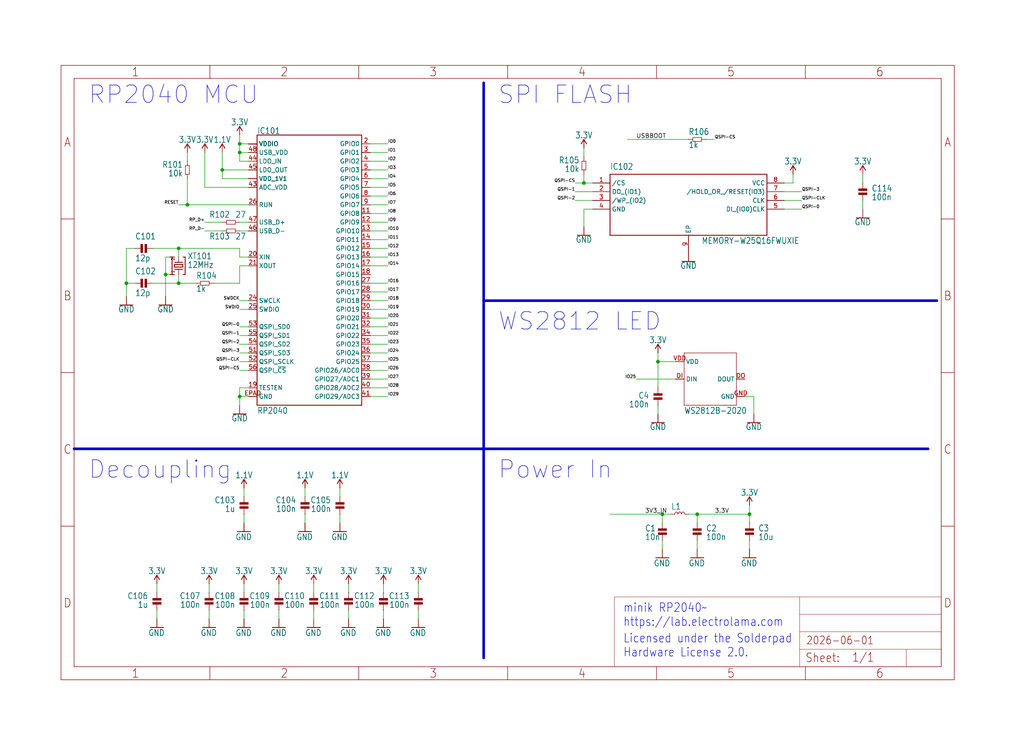
<source format=kicad_sch>
(kicad_sch (version 20230121) (generator eeschema)
  (paper "User" 298.45 217.17)
  (lib_symbols
    (symbol "working-eagle-import:1.1V" (power)
      (property "Value" "1.1V" (at 0 2.794 0))
      (symbol "1.1V_1_0"
        (pin power_in line (at 0 0 90) (length 2.54) (name "1.1V") (number "1"))
      )
    )
    (symbol "working-eagle-import:3.3V" (power)
      (property "Value" "3.3V" (at 0 2.794 0))
      (symbol "3.3V_1_0"
        (pin power_in line (at 0 0 90) (length 2.54) (name "3.3V") (number "1"))
      )
    )
    (symbol "working-eagle-import:A4L-LOC"
      (symbol "A4L-LOC_1_0"
        (text "${#}/${##}" (at 230.505 5.08 0) (effects (font (size 2.54 2.159)) (justify left bottom)))
        (text "${CURRENT_DATE}" (at 217.17 10.16 0) (effects (font (size 2.286 1.9431)) (justify left bottom)))
        (text "${PROJECTNAME}" (at 217.17 15.24 0) (effects (font (size 2.54 2.159)) (justify left bottom)))
        (text "1" (at 21.6958 1.905 0) (effects (font (size 2.54 2.286))))
        (text "1" (at 21.6958 177.165 0) (effects (font (size 2.54 2.286))))
        (text "2" (at 65.0875 1.905 0) (effects (font (size 2.54 2.286))))
        (text "2" (at 65.0875 177.165 0) (effects (font (size 2.54 2.286))))
        (text "3" (at 108.4792 1.905 0) (effects (font (size 2.54 2.286))))
        (text "3" (at 108.4792 177.165 0) (effects (font (size 2.54 2.286))))
        (text "4" (at 151.8708 1.905 0) (effects (font (size 2.54 2.286))))
        (text "4" (at 151.8708 177.165 0) (effects (font (size 2.54 2.286))))
        (text "5" (at 195.2625 1.905 0) (effects (font (size 2.54 2.286))))
        (text "5" (at 195.2625 177.165 0) (effects (font (size 2.54 2.286))))
        (text "6" (at 238.6542 1.905 0) (effects (font (size 2.54 2.286))))
        (text "6" (at 238.6542 177.165 0) (effects (font (size 2.54 2.286))))
        (text "A" (at 1.905 156.6863 0) (effects (font (size 2.54 2.286))))
        (text "A" (at 258.445 156.6863 0) (effects (font (size 2.54 2.286))))
        (text "B" (at 1.905 111.9188 0) (effects (font (size 2.54 2.286))))
        (text "B" (at 258.445 111.9188 0) (effects (font (size 2.54 2.286))))
        (text "C" (at 1.905 67.1513 0) (effects (font (size 2.54 2.286))))
        (text "C" (at 258.445 67.1513 0) (effects (font (size 2.54 2.286))))
        (text "D" (at 1.905 22.3838 0) (effects (font (size 2.54 2.286))))
        (text "D" (at 258.445 22.3838 0) (effects (font (size 2.54 2.286))))
        (text "Sheet:" (at 216.916 4.953 0) (effects (font (size 2.54 2.159)) (justify left bottom)))
      )
    )
    (symbol "working-eagle-import:CAP-0402"
      (property "Reference" "C" (at -2.54 2.54 0))
      (symbol "CAP-0402_1_0"
        (pin passive line (at -2.54 0 0) (length 0) (name "1") (number "1"))
        (pin passive line (at 2.54 0 180) (length 0) (name "2") (number "2"))
      )
    )
    (symbol "working-eagle-import:GND" (power)
      (property "Value" "GND" (at 0 -0.254 0))
      (symbol "GND_1_0"
        (pin power_in line (at 0 2.54 270) (length 2.54) (name "GND") (number "1"))
      )
    )
    (symbol "working-eagle-import:INDUCTOR-0402"
      (property "Reference" "L" (at -2.54 1.27 0))
      (symbol "INDUCTOR-0402_1_0"
        (pin passive line (at -2.54 0 0) (length 0) (name "1") (number "1"))
        (pin passive line (at 2.54 0 180) (length 0) (name "2") (number "2"))
      )
    )
    (symbol "working-eagle-import:MEMORY-W25Q16FWUXIE"
      (property "Reference" "IC" (at 52.07 7.62 0))
      (symbol "MEMORY-W25Q16FWUXIE_1_0"
        (pin bidirectional line (at 0 0 0) (length 5.08) (name "/CS") (number "1"))
        (pin bidirectional line (at 0 -2.54 0) (length 5.08) (name "DO_(IO1)") (number "2"))
        (pin bidirectional line (at 0 -5.08 0) (length 5.08) (name "/WP_(IO2)") (number "3"))
        (pin bidirectional line (at 0 -7.62 0) (length 5.08) (name "GND") (number "4"))
        (pin bidirectional line (at 55.88 -7.62 180) (length 5.08) (name "DI_(IO0)CLK") (number "5"))
        (pin bidirectional line (at 55.88 -5.08 180) (length 5.08) (name "CLK") (number "6"))
        (pin bidirectional line (at 55.88 -2.54 180) (length 5.08) (name "/HOLD_OR_/RESET(IO3)") (number "7"))
        (pin bidirectional line (at 55.88 0 180) (length 5.08) (name "VCC") (number "8"))
        (pin bidirectional line (at 27.94 -20.32 90) (length 5.08) (name "EP") (number "9"))
      )
    )
    (symbol "working-eagle-import:RES-0402"
      (property "Reference" "R" (at -2.54 1.27 0))
      (symbol "RES-0402_1_0"
        (pin passive line (at -2.54 0 0) (length 0) (name "1") (number "1"))
        (pin passive line (at 2.54 0 180) (length 0) (name "2") (number "2"))
      )
    )
    (symbol "working-eagle-import:RP2040"
      (property "Reference" "U" (at -15.24 38.354 0))
      (symbol "RP2040_1_0"
        (pin bidirectional line (at -17.78 35.56 0) (length 2.54) (name "VDDIO") (number "1"))
        (pin bidirectional line (at -17.78 35.56 0) (length 2.54) (name "VDDIO") (number "10"))
        (pin bidirectional line (at 17.78 15.24 180) (length 2.54) (name "GPIO8") (number "11"))
        (pin bidirectional line (at 17.78 12.7 180) (length 2.54) (name "GPIO9") (number "12"))
        (pin bidirectional line (at 17.78 10.16 180) (length 2.54) (name "GPIO10") (number "13"))
        (pin bidirectional line (at 17.78 7.62 180) (length 2.54) (name "GPIO11") (number "14"))
        (pin bidirectional line (at 17.78 5.08 180) (length 2.54) (name "GPIO12") (number "15"))
        (pin bidirectional line (at 17.78 2.54 180) (length 2.54) (name "GPIO13") (number "16"))
        (pin bidirectional line (at 17.78 0 180) (length 2.54) (name "GPIO14") (number "17"))
        (pin bidirectional line (at 17.78 -2.54 180) (length 2.54) (name "GPIO15") (number "18"))
        (pin bidirectional line (at -17.78 -35.56 0) (length 2.54) (name "TESTEN") (number "19"))
        (pin bidirectional line (at 17.78 35.56 180) (length 2.54) (name "GPIO0") (number "2"))
        (pin bidirectional line (at -17.78 2.54 0) (length 2.54) (name "XIN") (number "20"))
        (pin bidirectional line (at -17.78 0 0) (length 2.54) (name "XOUT") (number "21"))
        (pin bidirectional line (at -17.78 35.56 0) (length 2.54) (name "VDDIO") (number "22"))
        (pin bidirectional line (at -17.78 25.4 0) (length 2.54) (name "VDD_1V1") (number "23"))
        (pin bidirectional line (at -17.78 -10.16 0) (length 2.54) (name "SWCLK") (number "24"))
        (pin bidirectional line (at -17.78 -12.7 0) (length 2.54) (name "SWDIO") (number "25"))
        (pin bidirectional line (at -17.78 17.78 0) (length 2.54) (name "RUN") (number "26"))
        (pin bidirectional line (at 17.78 -5.08 180) (length 2.54) (name "GPIO16") (number "27"))
        (pin bidirectional line (at 17.78 -7.62 180) (length 2.54) (name "GPIO17") (number "28"))
        (pin bidirectional line (at 17.78 -10.16 180) (length 2.54) (name "GPIO18") (number "29"))
        (pin bidirectional line (at 17.78 33.02 180) (length 2.54) (name "GPIO1") (number "3"))
        (pin bidirectional line (at 17.78 -12.7 180) (length 2.54) (name "GPIO19") (number "30"))
        (pin bidirectional line (at 17.78 -15.24 180) (length 2.54) (name "GPIO20") (number "31"))
        (pin bidirectional line (at 17.78 -17.78 180) (length 2.54) (name "GPIO21") (number "32"))
        (pin bidirectional line (at -17.78 35.56 0) (length 2.54) (name "VDDIO") (number "33"))
        (pin bidirectional line (at 17.78 -20.32 180) (length 2.54) (name "GPIO22") (number "34"))
        (pin bidirectional line (at 17.78 -22.86 180) (length 2.54) (name "GPIO23") (number "35"))
        (pin bidirectional line (at 17.78 -25.4 180) (length 2.54) (name "GPIO24") (number "36"))
        (pin bidirectional line (at 17.78 -27.94 180) (length 2.54) (name "GPIO25") (number "37"))
        (pin bidirectional line (at 17.78 -30.48 180) (length 2.54) (name "GPIO26/ADC0") (number "38"))
        (pin bidirectional line (at 17.78 -33.02 180) (length 2.54) (name "GPIO27/ADC1") (number "39"))
        (pin bidirectional line (at 17.78 30.48 180) (length 2.54) (name "GPIO2") (number "4"))
        (pin bidirectional line (at 17.78 -35.56 180) (length 2.54) (name "GPIO28/ADC2") (number "40"))
        (pin bidirectional line (at 17.78 -38.1 180) (length 2.54) (name "GPIO29/ADC3") (number "41"))
        (pin bidirectional line (at -17.78 35.56 0) (length 2.54) (name "VDDIO") (number "42"))
        (pin bidirectional line (at -17.78 22.86 0) (length 2.54) (name "ADC_VDD") (number "43"))
        (pin bidirectional line (at -17.78 30.48 0) (length 2.54) (name "LDO_IN") (number "44"))
        (pin bidirectional line (at -17.78 27.94 0) (length 2.54) (name "LDO_OUT") (number "45"))
        (pin bidirectional line (at -17.78 10.16 0) (length 2.54) (name "USB_D-") (number "46"))
        (pin bidirectional line (at -17.78 12.7 0) (length 2.54) (name "USB_D+") (number "47"))
        (pin bidirectional line (at -17.78 33.02 0) (length 2.54) (name "USB_VDD") (number "48"))
        (pin bidirectional line (at -17.78 35.56 0) (length 2.54) (name "VDDIO") (number "49"))
        (pin bidirectional line (at 17.78 27.94 180) (length 2.54) (name "GPIO3") (number "5"))
        (pin bidirectional line (at -17.78 25.4 0) (length 2.54) (name "VDD_1V1") (number "50"))
        (pin bidirectional line (at -17.78 -25.4 0) (length 2.54) (name "QSPI_SD3") (number "51"))
        (pin bidirectional line (at -17.78 -27.94 0) (length 2.54) (name "QSPI_SCLK") (number "52"))
        (pin bidirectional line (at -17.78 -17.78 0) (length 2.54) (name "QSPI_SD0") (number "53"))
        (pin bidirectional line (at -17.78 -22.86 0) (length 2.54) (name "QSPI_SD2") (number "54"))
        (pin bidirectional line (at -17.78 -20.32 0) (length 2.54) (name "QSPI_SD1") (number "55"))
        (pin bidirectional line (at -17.78 -30.48 0) (length 2.54) (name "QSPI_~{CS}") (number "56"))
        (pin bidirectional line (at 17.78 25.4 180) (length 2.54) (name "GPIO4") (number "6"))
        (pin bidirectional line (at 17.78 22.86 180) (length 2.54) (name "GPIO5") (number "7"))
        (pin bidirectional line (at 17.78 20.32 180) (length 2.54) (name "GPIO6") (number "8"))
        (pin bidirectional line (at 17.78 17.78 180) (length 2.54) (name "GPIO7") (number "9"))
        (pin bidirectional line (at -17.78 -38.1 0) (length 2.54) (name "GND") (number "EPAD"))
      )
    )
    (symbol "working-eagle-import:WS2812B-2020"
      (symbol "WS2812B-2020_1_0"
        (pin bidirectional line (at -10.16 0 0) (length 2.54) (name "DIN") (number "DI"))
        (pin bidirectional line (at 10.16 0 180) (length 2.54) (name "DOUT") (number "DO"))
        (pin bidirectional line (at 10.16 -5.08 180) (length 2.54) (name "GND") (number "GND"))
        (pin bidirectional line (at -10.16 5.08 0) (length 2.54) (name "VDD") (number "VDD"))
      )
    )
    (symbol "working-eagle-import:XTAL-4P-3225"
      (property "Reference" "XT" (at -2.54 5.08 0))
      (symbol "XTAL-4P-3225_1_0"
        (text "1" (at -2.159 -1.143 0) (effects (font (size 0.8636 0.734)) (justify left bottom)))
        (text "2" (at 1.524 -1.143 0) (effects (font (size 0.8636 0.734)) (justify left bottom)))
        (pin passive line (at -2.54 0 0) (length 0) (name "1") (number "1"))
        (pin bidirectional line (at -2.54 -2.54 90) (length 0) (name "2") (number "2"))
        (pin passive line (at 2.54 0 180) (length 0) (name "3") (number "3"))
        (pin bidirectional line (at 2.54 -2.54 90) (length 0) (name "4") (number "4"))
      )
    )
    (symbol "working-eagle-import:supply1_GND" (power)
      (property "Value" "supply1_GND" (at -2.54 -2.54 0))
      (symbol "supply1_GND_1_0"
        (pin power_in line (at 0 2.54 270) (length 2.54) (name "GND") (number "1"))
      )
    )
  )
  (junction (at 64.77 49.53))
  (junction (at 69.85 41.91))
  (junction (at 203.2 149.86))
  (junction (at 170.18 53.34))
  (junction (at 191.77 105.41))
  (junction (at 69.85 115.57))
  (junction (at 54.61 59.69))
  (junction (at 52.07 82.55))
  (junction (at 69.85 44.45))
  (junction (at 218.44 149.86))
  (junction (at 193.04 149.86))
  (junction (at 36.83 82.55))
  (junction (at 48.26 80.01))
  (junction (at 52.07 72.39))
  (wire (pts (xy 69.85 82.55) (xy 62.23 82.55)) (stroke (width 0.1524)))
  (polyline (pts (xy 140.97 130.81) (xy 140.97 191.77)) (stroke (width 0.762) (type solid)))
  (wire (pts (xy 72.39 54.61) (xy 59.69 54.61)) (stroke (width 0.1524)))
  (wire (pts (xy 49.53 80.01) (xy 48.26 80.01)) (stroke (width 0.1524)))
  (wire (pts (xy 107.95 97.79) (xy 113.03 97.79)) (stroke (width 0.1524)))
  (wire (pts (xy 107.95 46.99) (xy 113.03 46.99)) (stroke (width 0.1524)))
  (wire (pts (xy 107.95 64.77) (xy 113.03 64.77)) (stroke (width 0.1524)))
  (wire (pts (xy 64.77 49.53) (xy 64.77 44.45)) (stroke (width 0.1524)))
  (wire (pts (xy 107.95 115.57) (xy 113.03 115.57)) (stroke (width 0.1524)))
  (wire (pts (xy 203.2 149.86) (xy 218.44 149.86)) (stroke (width 0.1524)))
  (wire (pts (xy 72.39 87.63) (xy 69.85 87.63)) (stroke (width 0.1524)))
  (wire (pts (xy 107.95 95.25) (xy 113.03 95.25)) (stroke (width 0.1524)))
  (wire (pts (xy 48.26 74.93) (xy 48.26 80.01)) (stroke (width 0.1524)))
  (wire (pts (xy 57.15 82.55) (xy 52.07 82.55)) (stroke (width 0.1524)))
  (wire (pts (xy 39.37 72.39) (xy 36.83 72.39)) (stroke (width 0.1524)))
  (wire (pts (xy 172.72 53.34) (xy 170.18 53.34)) (stroke (width 0.1524)))
  (wire (pts (xy 72.39 107.95) (xy 69.85 107.95)) (stroke (width 0.1524)))
  (wire (pts (xy 172.72 55.88) (xy 167.64 55.88)) (stroke (width 0.1524)))
  (wire (pts (xy 59.69 64.77) (xy 64.77 64.77)) (stroke (width 0.1524)))
  (wire (pts (xy 52.07 80.01) (xy 52.07 82.55)) (stroke (width 0.1524)))
  (wire (pts (xy 107.95 59.69) (xy 113.03 59.69)) (stroke (width 0.1524)))
  (wire (pts (xy 48.26 80.01) (xy 48.26 86.36)) (stroke (width 0.1524)))
  (polyline (pts (xy 140.97 87.63) (xy 140.97 130.81)) (stroke (width 0.762) (type solid)))
  (wire (pts (xy 191.77 105.41) (xy 191.77 113.03)) (stroke (width 0.1524)))
  (wire (pts (xy 200.66 40.64) (xy 182.88 40.64)) (stroke (width 0.1524)))
  (wire (pts (xy 69.85 115.57) (xy 69.85 118.11)) (stroke (width 0.1524)))
  (wire (pts (xy 101.6 170.18) (xy 101.6 172.72)) (stroke (width 0.1524)))
  (wire (pts (xy 172.72 58.42) (xy 167.64 58.42)) (stroke (width 0.1524)))
  (wire (pts (xy 69.85 41.91) (xy 69.85 39.37)) (stroke (width 0.1524)))
  (wire (pts (xy 72.39 113.03) (xy 69.85 113.03)) (stroke (width 0.1524)))
  (polyline (pts (xy 140.97 130.81) (xy 270.51 130.81)) (stroke (width 0.762) (type solid)))
  (wire (pts (xy 36.83 72.39) (xy 36.83 82.55)) (stroke (width 0.1524)))
  (wire (pts (xy 69.85 46.99) (xy 69.85 44.45)) (stroke (width 0.1524)))
  (wire (pts (xy 72.39 46.99) (xy 69.85 46.99)) (stroke (width 0.1524)))
  (wire (pts (xy 72.39 100.33) (xy 69.85 100.33)) (stroke (width 0.1524)))
  (wire (pts (xy 52.07 82.55) (xy 44.45 82.55)) (stroke (width 0.1524)))
  (wire (pts (xy 99.06 142.24) (xy 99.06 144.78)) (stroke (width 0.1524)))
  (wire (pts (xy 81.28 170.18) (xy 81.28 172.72)) (stroke (width 0.1524)))
  (wire (pts (xy 228.6 60.96) (xy 233.68 60.96)) (stroke (width 0.1524)))
  (wire (pts (xy 228.6 55.88) (xy 233.68 55.88)) (stroke (width 0.1524)))
  (wire (pts (xy 107.95 77.47) (xy 113.03 77.47)) (stroke (width 0.1524)))
  (wire (pts (xy 196.85 110.49) (xy 185.42 110.49)) (stroke (width 0.1524)))
  (wire (pts (xy 111.76 177.8) (xy 111.76 180.34)) (stroke (width 0.1524)))
  (wire (pts (xy 107.95 107.95) (xy 113.03 107.95)) (stroke (width 0.1524)))
  (wire (pts (xy 71.12 170.18) (xy 71.12 172.72)) (stroke (width 0.1524)))
  (wire (pts (xy 72.39 49.53) (xy 64.77 49.53)) (stroke (width 0.1524)))
  (wire (pts (xy 59.69 54.61) (xy 59.69 44.45)) (stroke (width 0.1524)))
  (wire (pts (xy 101.6 177.8) (xy 101.6 180.34)) (stroke (width 0.1524)))
  (wire (pts (xy 72.39 41.91) (xy 69.85 41.91)) (stroke (width 0.1524)))
  (wire (pts (xy 59.69 67.31) (xy 64.77 67.31)) (stroke (width 0.1524)))
  (wire (pts (xy 172.72 60.96) (xy 170.18 60.96)) (stroke (width 0.1524)))
  (wire (pts (xy 205.74 40.64) (xy 208.28 40.64)) (stroke (width 0.1524)))
  (wire (pts (xy 231.14 53.34) (xy 231.14 50.8)) (stroke (width 0.1524)))
  (wire (pts (xy 107.95 82.55) (xy 113.03 82.55)) (stroke (width 0.1524)))
  (wire (pts (xy 200.66 149.86) (xy 203.2 149.86)) (stroke (width 0.1524)))
  (wire (pts (xy 107.95 110.49) (xy 113.03 110.49)) (stroke (width 0.1524)))
  (wire (pts (xy 52.07 72.39) (xy 44.45 72.39)) (stroke (width 0.1524)))
  (wire (pts (xy 91.44 170.18) (xy 91.44 172.72)) (stroke (width 0.1524)))
  (wire (pts (xy 107.95 92.71) (xy 113.03 92.71)) (stroke (width 0.1524)))
  (wire (pts (xy 107.95 87.63) (xy 113.03 87.63)) (stroke (width 0.1524)))
  (wire (pts (xy 107.95 67.31) (xy 113.03 67.31)) (stroke (width 0.1524)))
  (wire (pts (xy 72.39 77.47) (xy 69.85 77.47)) (stroke (width 0.1524)))
  (wire (pts (xy 39.37 82.55) (xy 36.83 82.55)) (stroke (width 0.1524)))
  (wire (pts (xy 193.04 149.86) (xy 177.8 149.86)) (stroke (width 0.1524)))
  (wire (pts (xy 91.44 177.8) (xy 91.44 180.34)) (stroke (width 0.1524)))
  (wire (pts (xy 170.18 45.72) (xy 170.18 43.18)) (stroke (width 0.1524)))
  (wire (pts (xy 191.77 105.41) (xy 191.77 102.87)) (stroke (width 0.1524)))
  (wire (pts (xy 107.95 52.07) (xy 113.03 52.07)) (stroke (width 0.1524)))
  (wire (pts (xy 219.71 115.57) (xy 217.17 115.57)) (stroke (width 0.1524)))
  (wire (pts (xy 251.46 53.34) (xy 251.46 50.8)) (stroke (width 0.1524)))
  (wire (pts (xy 170.18 60.96) (xy 170.18 66.04)) (stroke (width 0.1524)))
  (wire (pts (xy 111.76 170.18) (xy 111.76 172.72)) (stroke (width 0.1524)))
  (wire (pts (xy 69.85 77.47) (xy 69.85 82.55)) (stroke (width 0.1524)))
  (wire (pts (xy 121.92 177.8) (xy 121.92 180.34)) (stroke (width 0.1524)))
  (wire (pts (xy 193.04 157.48) (xy 193.04 160.02)) (stroke (width 0.1524)))
  (wire (pts (xy 36.83 82.55) (xy 36.83 86.36)) (stroke (width 0.1524)))
  (wire (pts (xy 69.85 72.39) (xy 52.07 72.39)) (stroke (width 0.1524)))
  (wire (pts (xy 193.04 152.4) (xy 193.04 149.86)) (stroke (width 0.1524)))
  (wire (pts (xy 88.9 149.86) (xy 88.9 152.4)) (stroke (width 0.1524)))
  (wire (pts (xy 228.6 58.42) (xy 233.68 58.42)) (stroke (width 0.1524)))
  (polyline (pts (xy 140.97 130.81) (xy 21.59 130.81)) (stroke (width 0.762) (type solid)))
  (wire (pts (xy 193.04 149.86) (xy 195.58 149.86)) (stroke (width 0.1524)))
  (wire (pts (xy 107.95 85.09) (xy 113.03 85.09)) (stroke (width 0.1524)))
  (wire (pts (xy 72.39 95.25) (xy 69.85 95.25)) (stroke (width 0.1524)))
  (wire (pts (xy 228.6 53.34) (xy 231.14 53.34)) (stroke (width 0.1524)))
  (wire (pts (xy 60.96 170.18) (xy 60.96 172.72)) (stroke (width 0.1524)))
  (wire (pts (xy 107.95 100.33) (xy 113.03 100.33)) (stroke (width 0.1524)))
  (wire (pts (xy 71.12 149.86) (xy 71.12 152.4)) (stroke (width 0.1524)))
  (wire (pts (xy 69.85 67.31) (xy 72.39 67.31)) (stroke (width 0.1524)))
  (wire (pts (xy 170.18 50.8) (xy 170.18 53.34)) (stroke (width 0.1524)))
  (wire (pts (xy 99.06 149.86) (xy 99.06 152.4)) (stroke (width 0.1524)))
  (polyline (pts (xy 140.97 24.13) (xy 140.97 87.63)) (stroke (width 0.762) (type solid)))
  (wire (pts (xy 218.44 152.4) (xy 218.44 149.86)) (stroke (width 0.1524)))
  (wire (pts (xy 107.95 105.41) (xy 113.03 105.41)) (stroke (width 0.1524)))
  (wire (pts (xy 72.39 90.17) (xy 69.85 90.17)) (stroke (width 0.1524)))
  (wire (pts (xy 52.07 59.69) (xy 54.61 59.69)) (stroke (width 0.1524)))
  (wire (pts (xy 251.46 58.42) (xy 251.46 60.96)) (stroke (width 0.1524)))
  (wire (pts (xy 64.77 52.07) (xy 64.77 49.53)) (stroke (width 0.1524)))
  (wire (pts (xy 49.53 74.93) (xy 48.26 74.93)) (stroke (width 0.1524)))
  (wire (pts (xy 219.71 115.57) (xy 219.71 120.65)) (stroke (width 0.1524)))
  (wire (pts (xy 71.12 177.8) (xy 71.12 180.34)) (stroke (width 0.1524)))
  (wire (pts (xy 72.39 97.79) (xy 69.85 97.79)) (stroke (width 0.1524)))
  (wire (pts (xy 81.28 177.8) (xy 81.28 180.34)) (stroke (width 0.1524)))
  (wire (pts (xy 69.85 41.91) (xy 69.85 44.45)) (stroke (width 0.1524)))
  (wire (pts (xy 107.95 69.85) (xy 113.03 69.85)) (stroke (width 0.1524)))
  (wire (pts (xy 72.39 52.07) (xy 64.77 52.07)) (stroke (width 0.1524)))
  (wire (pts (xy 88.9 142.24) (xy 88.9 144.78)) (stroke (width 0.1524)))
  (wire (pts (xy 107.95 102.87) (xy 113.03 102.87)) (stroke (width 0.1524)))
  (wire (pts (xy 203.2 152.4) (xy 203.2 149.86)) (stroke (width 0.1524)))
  (wire (pts (xy 72.39 105.41) (xy 69.85 105.41)) (stroke (width 0.1524)))
  (wire (pts (xy 203.2 157.48) (xy 203.2 160.02)) (stroke (width 0.1524)))
  (wire (pts (xy 72.39 102.87) (xy 69.85 102.87)) (stroke (width 0.1524)))
  (wire (pts (xy 107.95 41.91) (xy 113.03 41.91)) (stroke (width 0.1524)))
  (wire (pts (xy 107.95 57.15) (xy 113.03 57.15)) (stroke (width 0.1524)))
  (wire (pts (xy 72.39 74.93) (xy 69.85 74.93)) (stroke (width 0.1524)))
  (wire (pts (xy 170.18 53.34) (xy 167.64 53.34)) (stroke (width 0.1524)))
  (wire (pts (xy 72.39 44.45) (xy 69.85 44.45)) (stroke (width 0.1524)))
  (wire (pts (xy 191.77 118.11) (xy 191.77 120.65)) (stroke (width 0.1524)))
  (polyline (pts (xy 140.97 87.63) (xy 273.05 87.63)) (stroke (width 0.762) (type solid)))
  (wire (pts (xy 121.92 170.18) (xy 121.92 172.72)) (stroke (width 0.1524)))
  (wire (pts (xy 72.39 115.57) (xy 69.85 115.57)) (stroke (width 0.1524)))
  (wire (pts (xy 69.85 74.93) (xy 69.85 72.39)) (stroke (width 0.1524)))
  (wire (pts (xy 45.72 170.18) (xy 45.72 172.72)) (stroke (width 0.1524)))
  (wire (pts (xy 107.95 74.93) (xy 113.03 74.93)) (stroke (width 0.1524)))
  (wire (pts (xy 69.85 113.03) (xy 69.85 115.57)) (stroke (width 0.1524)))
  (wire (pts (xy 107.95 62.23) (xy 113.03 62.23)) (stroke (width 0.1524)))
  (wire (pts (xy 72.39 59.69) (xy 54.61 59.69)) (stroke (width 0.1524)))
  (wire (pts (xy 107.95 49.53) (xy 113.03 49.53)) (stroke (width 0.1524)))
  (wire (pts (xy 45.72 177.8) (xy 45.72 180.34)) (stroke (width 0.1524)))
  (wire (pts (xy 218.44 147.32) (xy 218.44 149.86)) (stroke (width 0.1524)))
  (wire (pts (xy 107.95 44.45) (xy 113.03 44.45)) (stroke (width 0.1524)))
  (wire (pts (xy 107.95 72.39) (xy 113.03 72.39)) (stroke (width 0.1524)))
  (wire (pts (xy 71.12 142.24) (xy 71.12 144.78)) (stroke (width 0.1524)))
  (wire (pts (xy 107.95 113.03) (xy 113.03 113.03)) (stroke (width 0.1524)))
  (wire (pts (xy 69.85 64.77) (xy 72.39 64.77)) (stroke (width 0.1524)))
  (wire (pts (xy 54.61 44.45) (xy 54.61 46.99)) (stroke (width 0.1524)))
  (wire (pts (xy 107.95 90.17) (xy 113.03 90.17)) (stroke (width 0.1524)))
  (wire (pts (xy 196.85 105.41) (xy 191.77 105.41)) (stroke (width 0.1524)))
  (wire (pts (xy 218.44 157.48) (xy 218.44 160.02)) (stroke (width 0.1524)))
  (wire (pts (xy 52.07 74.93) (xy 52.07 72.39)) (stroke (width 0.1524)))
  (wire (pts (xy 60.96 177.8) (xy 60.96 180.34)) (stroke (width 0.1524)))
  (wire (pts (xy 107.95 54.61) (xy 113.03 54.61)) (stroke (width 0.1524)))
  (wire (pts (xy 54.61 59.69) (xy 54.61 52.07)) (stroke (width 0.1524)))
  (text "Licensed under the Solderpad\nHardware License 2.0." (at 181.61 191.77 0) (effects (font (size 2.54 2.159)) (justify left bottom)))
  (text "Power In" (at 145.034 139.954 0) (effects (font (size 5.08 5.08)) (justify left bottom)))
  (text "Decoupling" (at 25.654 139.954 0) (effects (font (size 5.08 5.08)) (justify left bottom)))
  (text "RP2040 MCU" (at 25.654 30.734 0) (effects (font (size 5.08 5.08)) (justify left bottom)))
  (text "WS2812 LED" (at 145.034 96.774 0) (effects (font (size 5.08 5.08)) (justify left bottom)))
  (text "minik RP2040~\nhttps://lab.electrolama.com" (at 181.61 182.88 0) (effects (font (size 2.54 2.159)) (justify left bottom)))
  (text "SPI FLASH" (at 145.034 30.734 0) (effects (font (size 5.08 5.08)) (justify left bottom)))
  (label "IO23" (at 113.03 100.33 0) (effects (font (size 0.889 0.889))))
  (label "IO22" (at 113.03 97.79 0) (effects (font (size 0.889 0.889))))
  (label "IO9" (at 113.03 64.77 0) (effects (font (size 0.889 0.889))))
  (label "IO14" (at 113.03 77.47 0) (effects (font (size 0.889 0.889))))
  (label "IO6" (at 113.03 57.15 0) (effects (font (size 0.889 0.889))))
  (label "IO18" (at 113.03 87.63 0) (effects (font (size 0.889 0.889))))
  (label "SWDCK" (at 69.85 87.63 180) (effects (font (size 0.889 0.889))))
  (label "RP_D-" (at 59.69 67.31 180) (effects (font (size 0.889 0.889))))
  (label "IO10" (at 113.03 67.31 0) (effects (font (size 0.889 0.889))))
  (label "QSPI-3" (at 69.85 102.87 180) (effects (font (size 0.889 0.889))))
  (label "IO2" (at 113.03 46.99 0) (effects (font (size 0.889 0.889))))
  (label "RP_D+" (at 59.69 64.77 180) (effects (font (size 0.889 0.889))))
  (label "QSPI-3" (at 233.68 55.88 0) (effects (font (size 0.889 0.889))))
  (label "IO19" (at 113.03 90.17 0) (effects (font (size 0.889 0.889))))
  (label "IO27" (at 113.03 110.49 0) (effects (font (size 0.889 0.889))))
  (label "QSPI-CS" (at 69.85 107.95 180) (effects (font (size 0.889 0.889))))
  (label "IO13" (at 113.03 74.93 0) (effects (font (size 0.889 0.889))))
  (label "QSPI-CS" (at 208.28 40.64 0) (effects (font (size 0.889 0.889))))
  (label "IO17" (at 113.03 85.09 0) (effects (font (size 0.889 0.889))))
  (label "QSPI-1" (at 167.64 55.88 180) (effects (font (size 0.889 0.889))))
  (label "QSPI-2" (at 69.85 100.33 180) (effects (font (size 0.889 0.889))))
  (label "QSPI-2" (at 167.64 58.42 180) (effects (font (size 0.889 0.889))))
  (label "IO25" (at 113.03 105.41 0) (effects (font (size 0.889 0.889))))
  (label "QSPI-CS" (at 167.64 53.34 180) (effects (font (size 0.889 0.889))))
  (label "IO3" (at 113.03 49.53 0) (effects (font (size 0.889 0.889))))
  (label "QSPI-CLK" (at 69.85 105.41 180) (effects (font (size 0.889 0.889))))
  (label "RESET" (at 52.07 59.69 180) (effects (font (size 0.889 0.889))))
  (label "3.3V" (at 208.28 149.86 0) (effects (font (size 1.2446 1.2446))))
  (label "IO26" (at 113.03 107.95 0) (effects (font (size 0.889 0.889))))
  (label "IO8" (at 113.03 62.23 0) (effects (font (size 0.889 0.889))))
  (label "IO20" (at 113.03 92.71 0) (effects (font (size 0.889 0.889))))
  (label "IO21" (at 113.03 95.25 0) (effects (font (size 0.889 0.889))))
  (label "QSPI-0" (at 233.68 60.96 0) (effects (font (size 0.889 0.889))))
  (label "SWDIO" (at 69.85 90.17 180) (effects (font (size 0.889 0.889))))
  (label "QSPI-CLK" (at 233.68 58.42 0) (effects (font (size 0.889 0.889))))
  (label "USBBOOT" (at 185.42 40.64 0) (effects (font (size 1.2446 1.2446))))
  (label "IO1" (at 113.03 44.45 0) (effects (font (size 0.889 0.889))))
  (label "QSPI-0" (at 69.85 95.25 180) (effects (font (size 0.889 0.889))))
  (label "3V3_IN" (at 187.96 149.86 0) (effects (font (size 1.2446 1.2446))))
  (label "QSPI-1" (at 69.85 97.79 180) (effects (font (size 0.889 0.889))))
  (label "IO11" (at 113.03 69.85 0) (effects (font (size 0.889 0.889))))
  (label "IO7" (at 113.03 59.69 0) (effects (font (size 0.889 0.889))))
  (label "IO29" (at 113.03 115.57 0) (effects (font (size 0.889 0.889))))
  (label "IO28" (at 113.03 113.03 0) (effects (font (size 0.889 0.889))))
  (label "IO24" (at 113.03 102.87 0) (effects (font (size 0.889 0.889))))
  (label "IO4" (at 113.03 52.07 0) (effects (font (size 0.889 0.889))))
  (label "IO25" (at 185.42 110.49 180) (effects (font (size 0.889 0.889))))
  (label "IO0" (at 113.03 41.91 0) (effects (font (size 0.889 0.889))))
  (label "IO12" (at 113.03 72.39 0) (effects (font (size 0.889 0.889))))
  (label "IO5" (at 113.03 54.61 0) (effects (font (size 0.889 0.889))))
  (label "IO16" (at 113.03 82.55 0) (effects (font (size 0.889 0.889))))
  (symbol (lib_id "working-eagle-import:supply1_GND") (at 111.76 182.88 0) (unit 1)
    (property "Reference" "#GND16" (effects hide))
    (property "Value" "GND" (at 109.22 185.42 0) (effects (font (size 1.778 1.5113)) (justify left bottom)))
  )
  (symbol (lib_id "working-eagle-import:3.3V") (at 111.76 170.18 0) (unit 1)
    (property "Reference" "#SUPPLY16" (effects hide))
    (property "Value" "3.3V" (at 111.76 167.386 0) (effects (font (size 1.778 1.5113)) (justify bottom)))
  )
  (symbol (lib_id "working-eagle-import:3.3V") (at 170.18 43.18 0) (unit 1)
    (property "Reference" "#SUPPLY6" (effects hide))
    (property "Value" "3.3V" (at 170.18 40.386 0) (effects (font (size 1.778 1.5113)) (justify bottom)))
  )
  (symbol (lib_id "working-eagle-import:3.3V") (at 121.92 170.18 0) (unit 1)
    (property "Reference" "#SUPPLY18" (effects hide))
    (property "Value" "3.3V" (at 121.92 167.386 0) (effects (font (size 1.778 1.5113)) (justify bottom)))
  )
  (symbol (lib_id "working-eagle-import:supply1_GND") (at 203.2 162.56 0) (unit 1)
    (property "Reference" "#GND38" (effects hide))
    (property "Value" "GND" (at 200.66 165.1 0) (effects (font (size 1.778 1.5113)) (justify left bottom)))
  )
  (symbol (lib_id "working-eagle-import:3.3V") (at 191.77 102.87 0) (unit 1)
    (property "Reference" "#SUPPLY5" (effects hide))
    (property "Value" "3.3V" (at 191.77 100.076 0) (effects (font (size 1.778 1.5113)) (justify bottom)))
  )
  (symbol (lib_id "working-eagle-import:CAP-0402") (at 101.6 175.26 90) (unit 1)
    (property "Reference" "C111" (at 99.06 172.72 90) (effects (font (size 1.778 1.5113)) (justify left bottom)))
    (property "Value" "100n" (at 99.06 175.26 90) (effects (font (size 1.778 1.5113)) (justify left bottom)))
    (property "Footprint" "working:_PKG_C_0402" (effects hide))
  )
  (symbol (lib_id "working-eagle-import:CAP-0402") (at 99.06 147.32 90) (unit 1)
    (property "Reference" "C105" (at 96.52 144.78 90) (effects (font (size 1.778 1.5113)) (justify left bottom)))
    (property "Value" "100n" (at 96.52 147.32 90) (effects (font (size 1.778 1.5113)) (justify left bottom)))
    (property "Footprint" "working:_PKG_C_0402" (effects hide))
  )
  (symbol (lib_id "working-eagle-import:GND") (at 36.83 88.9 0) (unit 1)
    (property "Reference" "#GND35" (effects hide))
    (property "Value" "GND" (at 36.83 89.154 0) (effects (font (size 1.778 1.5113)) (justify top)))
  )
  (symbol (lib_id "working-eagle-import:GND") (at 200.66 76.2 0) (unit 1)
    (property "Reference" "#GND4" (effects hide))
    (property "Value" "GND" (at 200.66 76.454 0) (effects (font (size 1.778 1.5113)) (justify top)))
  )
  (symbol (lib_id "working-eagle-import:3.3V") (at 218.44 147.32 0) (unit 1)
    (property "Reference" "#SUPPLY1" (effects hide))
    (property "Value" "3.3V" (at 218.44 144.526 0) (effects (font (size 1.778 1.5113)) (justify bottom)))
  )
  (symbol (lib_id "working-eagle-import:supply1_GND") (at 60.96 182.88 0) (unit 1)
    (property "Reference" "#GND10" (effects hide))
    (property "Value" "GND" (at 58.42 185.42 0) (effects (font (size 1.778 1.5113)) (justify left bottom)))
  )
  (symbol (lib_id "working-eagle-import:3.3V") (at 71.12 170.18 0) (unit 1)
    (property "Reference" "#SUPPLY12" (effects hide))
    (property "Value" "3.3V" (at 71.12 167.386 0) (effects (font (size 1.778 1.5113)) (justify bottom)))
  )
  (symbol (lib_id "working-eagle-import:CAP-0402") (at 121.92 175.26 90) (unit 1)
    (property "Reference" "C113" (at 119.38 172.72 90) (effects (font (size 1.778 1.5113)) (justify left bottom)))
    (property "Value" "100n" (at 119.38 175.26 90) (effects (font (size 1.778 1.5113)) (justify left bottom)))
    (property "Footprint" "working:_PKG_C_0402" (effects hide))
  )
  (symbol (lib_id "working-eagle-import:CAP-0402") (at 81.28 175.26 90) (unit 1)
    (property "Reference" "C109" (at 78.74 172.72 90) (effects (font (size 1.778 1.5113)) (justify left bottom)))
    (property "Value" "100n" (at 78.74 175.26 90) (effects (font (size 1.778 1.5113)) (justify left bottom)))
    (property "Footprint" "working:_PKG_C_0402" (effects hide))
  )
  (symbol (lib_id "working-eagle-import:GND") (at 191.77 123.19 0) (unit 1)
    (property "Reference" "#GND5" (effects hide))
    (property "Value" "GND" (at 191.77 123.444 0) (effects (font (size 1.778 1.5113)) (justify top)))
  )
  (symbol (lib_id "working-eagle-import:supply1_GND") (at 101.6 182.88 0) (unit 1)
    (property "Reference" "#GND15" (effects hide))
    (property "Value" "GND" (at 99.06 185.42 0) (effects (font (size 1.778 1.5113)) (justify left bottom)))
  )
  (symbol (lib_id "working-eagle-import:CAP-0402") (at 251.46 55.88 90) (unit 1)
    (property "Reference" "C114" (at 254 55.88 90) (effects (font (size 1.778 1.5113)) (justify right top)))
    (property "Value" "100n" (at 254 58.42 90) (effects (font (size 1.778 1.5113)) (justify right top)))
    (property "Footprint" "working:_PKG_C_0402" (effects hide))
  )
  (symbol (lib_id "working-eagle-import:CAP-0402") (at 111.76 175.26 90) (unit 1)
    (property "Reference" "C112" (at 109.22 172.72 90) (effects (font (size 1.778 1.5113)) (justify left bottom)))
    (property "Value" "100n" (at 109.22 175.26 90) (effects (font (size 1.778 1.5113)) (justify left bottom)))
    (property "Footprint" "working:_PKG_C_0402" (effects hide))
  )
  (symbol (lib_id "working-eagle-import:supply1_GND") (at 45.72 182.88 0) (unit 1)
    (property "Reference" "#GND9" (effects hide))
    (property "Value" "GND" (at 43.18 185.42 0) (effects (font (size 1.778 1.5113)) (justify left bottom)))
  )
  (symbol (lib_id "working-eagle-import:CAP-0402") (at 193.04 154.94 90) (unit 1)
    (property "Reference" "C1" (at 187.96 154.94 90) (effects (font (size 1.778 1.5113)) (justify right top)))
    (property "Value" "10n" (at 187.96 157.48 90) (effects (font (size 1.778 1.5113)) (justify right top)))
    (property "Footprint" "working:_PKG_C_0402" (effects hide))
  )
  (symbol (lib_id "working-eagle-import:CAP-0402") (at 45.72 175.26 90) (unit 1)
    (property "Reference" "C106" (at 43.18 172.72 90) (effects (font (size 1.778 1.5113)) (justify left bottom)))
    (property "Value" "1u" (at 43.18 175.26 90) (effects (font (size 1.778 1.5113)) (justify left bottom)))
    (property "Footprint" "working:_PKG_C_0402" (effects hide))
  )
  (symbol (lib_id "working-eagle-import:3.3V") (at 91.44 170.18 0) (unit 1)
    (property "Reference" "#SUPPLY14" (effects hide))
    (property "Value" "3.3V" (at 91.44 167.386 0) (effects (font (size 1.778 1.5113)) (justify bottom)))
  )
  (symbol (lib_id "working-eagle-import:3.3V") (at 60.96 170.18 0) (unit 1)
    (property "Reference" "#SUPPLY7" (effects hide))
    (property "Value" "3.3V" (at 60.96 167.386 0) (effects (font (size 1.778 1.5113)) (justify bottom)))
  )
  (symbol (lib_id "working-eagle-import:supply1_GND") (at 91.44 182.88 0) (unit 1)
    (property "Reference" "#GND14" (effects hide))
    (property "Value" "GND" (at 88.9 185.42 0) (effects (font (size 1.778 1.5113)) (justify left bottom)))
  )
  (symbol (lib_id "working-eagle-import:GND") (at 48.26 88.9 0) (unit 1)
    (property "Reference" "#GND19" (effects hide))
    (property "Value" "GND" (at 48.26 89.154 0) (effects (font (size 1.778 1.5113)) (justify top)))
  )
  (symbol (lib_id "working-eagle-import:supply1_GND") (at 71.12 182.88 0) (unit 1)
    (property "Reference" "#GND12" (effects hide))
    (property "Value" "GND" (at 68.58 185.42 0) (effects (font (size 1.778 1.5113)) (justify left bottom)))
  )
  (symbol (lib_id "working-eagle-import:CAP-0402") (at 41.91 72.39 0) (unit 1)
    (property "Reference" "C101" (at 39.37 69.85 0) (effects (font (size 1.778 1.5113)) (justify left bottom)))
    (property "Value" "12p" (at 39.37 76.2 0) (effects (font (size 1.778 1.5113)) (justify left bottom)))
    (property "Footprint" "working:_PKG_C_0402" (effects hide))
  )
  (symbol (lib_id "working-eagle-import:CAP-0402") (at 91.44 175.26 90) (unit 1)
    (property "Reference" "C110" (at 88.9 172.72 90) (effects (font (size 1.778 1.5113)) (justify left bottom)))
    (property "Value" "100n" (at 88.9 175.26 90) (effects (font (size 1.778 1.5113)) (justify left bottom)))
    (property "Footprint" "working:_PKG_C_0402" (effects hide))
  )
  (symbol (lib_id "working-eagle-import:RES-0402") (at 59.69 82.55 0) (unit 1)
    (property "Reference" "R104" (at 57.15 81.28 0) (effects (font (size 1.778 1.5113)) (justify left bottom)))
    (property "Value" "1k" (at 57.15 85.09 0) (effects (font (size 1.778 1.5113)) (justify left bottom)))
    (property "Footprint" "working:_PKG_R_0402" (effects hide))
  )
  (symbol (lib_id "working-eagle-import:3.3V") (at 69.85 39.37 0) (unit 1)
    (property "Reference" "#SUPPLY17" (effects hide))
    (property "Value" "3.3V" (at 69.85 36.576 0) (effects (font (size 1.778 1.5113)) (justify bottom)))
  )
  (symbol (lib_id "working-eagle-import:supply1_GND") (at 81.28 182.88 0) (unit 1)
    (property "Reference" "#GND13" (effects hide))
    (property "Value" "GND" (at 78.74 185.42 0) (effects (font (size 1.778 1.5113)) (justify left bottom)))
  )
  (symbol (lib_id "working-eagle-import:WS2812B-2020") (at 207.01 110.49 0) (unit 1)
    (property "Reference" "LED1" (effects hide))
    (property "Value" "WS2812B-2020" (at 199.39 120.65 0) (effects (font (size 1.778 1.5113)) (justify left bottom)))
    (property "Footprint" "working:WS2812B-2020" (effects hide))
  )
  (symbol (lib_id "working-eagle-import:CAP-0402") (at 203.2 154.94 90) (unit 1)
    (property "Reference" "C2" (at 205.74 154.94 90) (effects (font (size 1.778 1.5113)) (justify right top)))
    (property "Value" "100n" (at 205.74 157.48 90) (effects (font (size 1.778 1.5113)) (justify right top)))
    (property "Footprint" "working:_PKG_C_0402" (effects hide))
  )
  (symbol (lib_id "working-eagle-import:CAP-0402") (at 218.44 154.94 90) (unit 1)
    (property "Reference" "C3" (at 220.98 154.94 90) (effects (font (size 1.778 1.5113)) (justify right top)))
    (property "Value" "10u" (at 220.98 157.48 90) (effects (font (size 1.778 1.5113)) (justify right top)))
    (property "Footprint" "working:_PKG_C_0402" (effects hide))
  )
  (symbol (lib_id "working-eagle-import:3.3V") (at 81.28 170.18 0) (unit 1)
    (property "Reference" "#SUPPLY13" (effects hide))
    (property "Value" "3.3V" (at 81.28 167.386 0) (effects (font (size 1.778 1.5113)) (justify bottom)))
  )
  (symbol (lib_id "working-eagle-import:1.1V") (at 88.9 142.24 0) (unit 1)
    (property "Reference" "#SUPPLY10" (effects hide))
    (property "Value" "1.1V" (at 88.9 139.446 0) (effects (font (size 1.778 1.5113)) (justify bottom)))
  )
  (symbol (lib_id "working-eagle-import:supply1_GND") (at 99.06 154.94 0) (unit 1)
    (property "Reference" "#GND8" (effects hide))
    (property "Value" "GND" (at 96.52 157.48 0) (effects (font (size 1.778 1.5113)) (justify left bottom)))
  )
  (symbol (lib_id "working-eagle-import:CAP-0402") (at 71.12 147.32 90) (unit 1)
    (property "Reference" "C103" (at 68.58 144.78 90) (effects (font (size 1.778 1.5113)) (justify left bottom)))
    (property "Value" "1u" (at 68.58 147.32 90) (effects (font (size 1.778 1.5113)) (justify left bottom)))
    (property "Footprint" "working:_PKG_C_0402" (effects hide))
  )
  (symbol (lib_id "working-eagle-import:GND") (at 219.71 123.19 0) (unit 1)
    (property "Reference" "#GND6" (effects hide))
    (property "Value" "GND" (at 219.71 123.444 0) (effects (font (size 1.778 1.5113)) (justify top)))
  )
  (symbol (lib_id "working-eagle-import:GND") (at 69.85 120.65 0) (unit 1)
    (property "Reference" "#GND17" (effects hide))
    (property "Value" "GND" (at 69.85 120.904 0) (effects (font (size 1.778 1.5113)) (justify top)))
  )
  (symbol (lib_id "working-eagle-import:3.3V") (at 54.61 44.45 0) (unit 1)
    (property "Reference" "#SUPPLY3" (effects hide))
    (property "Value" "3.3V" (at 54.61 41.656 0) (effects (font (size 1.778 1.5113)) (justify bottom)))
  )
  (symbol (lib_id "working-eagle-import:supply1_GND") (at 88.9 154.94 0) (unit 1)
    (property "Reference" "#GND7" (effects hide))
    (property "Value" "GND" (at 86.36 157.48 0) (effects (font (size 1.778 1.5113)) (justify left bottom)))
  )
  (symbol (lib_id "working-eagle-import:supply1_GND") (at 193.04 162.56 0) (unit 1)
    (property "Reference" "#GND37" (effects hide))
    (property "Value" "GND" (at 190.5 165.1 0) (effects (font (size 1.778 1.5113)) (justify left bottom)))
  )
  (symbol (lib_id "working-eagle-import:1.1V") (at 99.06 142.24 0) (unit 1)
    (property "Reference" "#SUPPLY11" (effects hide))
    (property "Value" "1.1V" (at 99.06 139.446 0) (effects (font (size 1.778 1.5113)) (justify bottom)))
  )
  (symbol (lib_id "working-eagle-import:RES-0402") (at 67.31 64.77 0) (unit 1)
    (property "Reference" "R102" (at 60.96 63.5 0) (effects (font (size 1.778 1.5113)) (justify left bottom)))
    (property "Value" "27" (at 68.58 63.5 0) (effects (font (size 1.778 1.5113)) (justify left bottom)))
    (property "Footprint" "working:_PKG_R_0402" (effects hide))
  )
  (symbol (lib_id "working-eagle-import:INDUCTOR-0402") (at 198.12 149.86 0) (unit 1)
    (property "Reference" "L1" (at 195.58 148.59 0) (effects (font (size 1.778 1.5113)) (justify left bottom)))
    (property "Value" "INDUCTOR-0402" (effects hide))
    (property "Footprint" "working:_PKG_L_0402" (effects hide))
  )
  (symbol (lib_id "working-eagle-import:3.3V") (at 251.46 50.8 0) (unit 1)
    (property "Reference" "#SUPPLY4" (effects hide))
    (property "Value" "3.3V" (at 251.46 48.006 0) (effects (font (size 1.778 1.5113)) (justify bottom)))
  )
  (symbol (lib_id "working-eagle-import:A4L-LOC") (at 17.78 198.12 0) (unit 1)
    (property "Reference" "#FRAME1" (effects hide))
    (property "Value" "A4L-LOC" (effects hide))
  )
  (symbol (lib_id "working-eagle-import:CAP-0402") (at 41.91 82.55 0) (unit 1)
    (property "Reference" "C102" (at 39.37 80.01 0) (effects (font (size 1.778 1.5113)) (justify left bottom)))
    (property "Value" "12p" (at 39.37 86.36 0) (effects (font (size 1.778 1.5113)) (justify left bottom)))
    (property "Footprint" "working:_PKG_C_0402" (effects hide))
  )
  (symbol (lib_id "working-eagle-import:3.3V") (at 45.72 170.18 0) (unit 1)
    (property "Reference" "#SUPPLY8" (effects hide))
    (property "Value" "3.3V" (at 45.72 167.386 0) (effects (font (size 1.778 1.5113)) (justify bottom)))
  )
  (symbol (lib_id "working-eagle-import:RES-0402") (at 170.18 48.26 90) (unit 1)
    (property "Reference" "R105" (at 168.91 45.72 90) (effects (font (size 1.778 1.5113)) (justify left bottom)))
    (property "Value" "10k" (at 168.91 48.26 90) (effects (font (size 1.778 1.5113)) (justify left bottom)))
    (property "Footprint" "working:_PKG_R_0402" (effects hide))
  )
  (symbol (lib_id "working-eagle-import:3.3V") (at 231.14 50.8 0) (unit 1)
    (property "Reference" "#SUPPLY2" (effects hide))
    (property "Value" "3.3V" (at 231.14 48.006 0) (effects (font (size 1.778 1.5113)) (justify bottom)))
  )
  (symbol (lib_id "working-eagle-import:XTAL-4P-3225") (at 52.07 77.47 270) (mirror x) (unit 1)
    (property "Reference" "XT101" (at 54.61 73.66 90) (effects (font (size 1.778 1.5113)) (justify left bottom)))
    (property "Value" "12MHz" (at 54.61 76.2 90) (effects (font (size 1.778 1.5113)) (justify left bottom)))
    (property "Footprint" "working:XTAL-4P-3225" (effects hide))
  )
  (symbol (lib_id "working-eagle-import:CAP-0402") (at 71.12 175.26 90) (unit 1)
    (property "Reference" "C108" (at 68.58 172.72 90) (effects (font (size 1.778 1.5113)) (justify left bottom)))
    (property "Value" "100n" (at 68.58 175.26 90) (effects (font (size 1.778 1.5113)) (justify left bottom)))
    (property "Footprint" "working:_PKG_C_0402" (effects hide))
  )
  (symbol (lib_id "working-eagle-import:CAP-0402") (at 191.77 115.57 90) (unit 1)
    (property "Reference" "C4" (at 189.23 114.3 90) (effects (font (size 1.778 1.5113)) (justify left bottom)))
    (property "Value" "100n" (at 189.23 116.84 90) (effects (font (size 1.778 1.5113)) (justify left bottom)))
    (property "Footprint" "working:_PKG_C_0402" (effects hide))
  )
  (symbol (lib_id "working-eagle-import:supply1_GND") (at 121.92 182.88 0) (unit 1)
    (property "Reference" "#GND18" (effects hide))
    (property "Value" "GND" (at 119.38 185.42 0) (effects (font (size 1.778 1.5113)) (justify left bottom)))
  )
  (symbol (lib_id "working-eagle-import:supply1_GND") (at 71.12 154.94 0) (unit 1)
    (property "Reference" "#GND1" (effects hide))
    (property "Value" "GND" (at 68.58 157.48 0) (effects (font (size 1.778 1.5113)) (justify left bottom)))
  )
  (symbol (lib_id "working-eagle-import:CAP-0402") (at 60.96 175.26 90) (unit 1)
    (property "Reference" "C107" (at 58.42 172.72 90) (effects (font (size 1.778 1.5113)) (justify left bottom)))
    (property "Value" "100n" (at 58.42 175.26 90) (effects (font (size 1.778 1.5113)) (justify left bottom)))
    (property "Footprint" "working:_PKG_C_0402" (effects hide))
  )
  (symbol (lib_id "working-eagle-import:RP2040") (at 90.17 77.47 0) (unit 1)
    (property "Reference" "IC101" (at 74.93 39.116 0) (effects (font (size 1.778 1.5113)) (justify left bottom)))
    (property "Value" "RP2040" (at 74.93 120.65 0) (effects (font (size 1.778 1.5113)) (justify left bottom)))
    (property "Footprint" "working:QFN-56" (effects hide))
  )
  (symbol (lib_id "working-eagle-import:GND") (at 251.46 63.5 0) (unit 1)
    (property "Reference" "#GND3" (effects hide))
    (property "Value" "GND" (at 251.46 63.754 0) (effects (font (size 1.778 1.5113)) (justify top)))
  )
  (symbol (lib_id "working-eagle-import:1.1V") (at 71.12 142.24 0) (unit 1)
    (property "Reference" "#SUPPLY9" (effects hide))
    (property "Value" "1.1V" (at 71.12 139.446 0) (effects (font (size 1.778 1.5113)) (justify bottom)))
  )
  (symbol (lib_id "working-eagle-import:RES-0402") (at 54.61 49.53 90) (unit 1)
    (property "Reference" "R101" (at 53.34 46.99 90) (effects (font (size 1.778 1.5113)) (justify left bottom)))
    (property "Value" "10k" (at 53.34 49.53 90) (effects (font (size 1.778 1.5113)) (justify left bottom)))
    (property "Footprint" "working:_PKG_R_0402" (effects hide))
  )
  (symbol (lib_id "working-eagle-import:CAP-0402") (at 88.9 147.32 90) (unit 1)
    (property "Reference" "C104" (at 86.36 144.78 90) (effects (font (size 1.778 1.5113)) (justify left bottom)))
    (property "Value" "100n" (at 86.36 147.32 90) (effects (font (size 1.778 1.5113)) (justify left bottom)))
    (property "Footprint" "working:_PKG_C_0402" (effects hide))
  )
  (symbol (lib_id "working-eagle-import:3.3V") (at 101.6 170.18 0) (unit 1)
    (property "Reference" "#SUPPLY15" (effects hide))
    (property "Value" "3.3V" (at 101.6 167.386 0) (effects (font (size 1.778 1.5113)) (justify bottom)))
  )
  (symbol (lib_id "working-eagle-import:RES-0402") (at 67.31 67.31 0) (unit 1)
    (property "Reference" "R103" (at 60.96 69.85 0) (effects (font (size 1.778 1.5113)) (justify left bottom)))
    (property "Value" "27" (at 68.58 69.85 0) (effects (font (size 1.778 1.5113)) (justify left bottom)))
    (property "Footprint" "working:_PKG_R_0402" (effects hide))
  )
  (symbol (lib_id "working-eagle-import:supply1_GND") (at 218.44 162.56 0) (unit 1)
    (property "Reference" "#GND11" (effects hide))
    (property "Value" "GND" (at 215.9 165.1 0) (effects (font (size 1.778 1.5113)) (justify left bottom)))
  )
  (symbol (lib_id "working-eagle-import:MEMORY-W25Q16FWUXIE") (at 172.72 53.34 0) (unit 1)
    (property "Reference" "IC102" (at 177.8 49.53 0) (effects (font (size 1.778 1.5113)) (justify left bottom)))
    (property "Value" "MEMORY-W25Q16FWUXIE" (at 204.47 71.12 0) (effects (font (size 1.778 1.5113)) (justify left bottom)))
    (property "Footprint" "working:SON50P300X200X60-9N" (effects hide))
  )
  (symbol (lib_id "working-eagle-import:RES-0402") (at 203.2 40.64 180) (unit 1)
    (property "Reference" "R106" (at 200.66 39.37 0) (effects (font (size 1.778 1.5113)) (justify right top)))
    (property "Value" "1k" (at 200.66 43.18 0) (effects (font (size 1.778 1.5113)) (justify right top)))
    (property "Footprint" "working:_PKG_R_0402" (effects hide))
  )
  (symbol (lib_id "working-eagle-import:3.3V") (at 59.69 44.45 0) (unit 1)
    (property "Reference" "#SUPPLY29" (effects hide))
    (property "Value" "3.3V" (at 59.69 41.656 0) (effects (font (size 1.778 1.5113)) (justify bottom)))
  )
  (symbol (lib_id "working-eagle-import:GND") (at 170.18 68.58 0) (unit 1)
    (property "Reference" "#GND2" (effects hide))
    (property "Value" "GND" (at 170.18 68.834 0) (effects (font (size 1.778 1.5113)) (justify top)))
  )
  (symbol (lib_id "working-eagle-import:1.1V") (at 64.77 44.45 0) (unit 1)
    (property "Reference" "#SUPPLY24" (effects hide))
    (property "Value" "1.1V" (at 64.77 41.656 0) (effects (font (size 1.778 1.5113)) (justify bottom)))
  )
)
</source>
